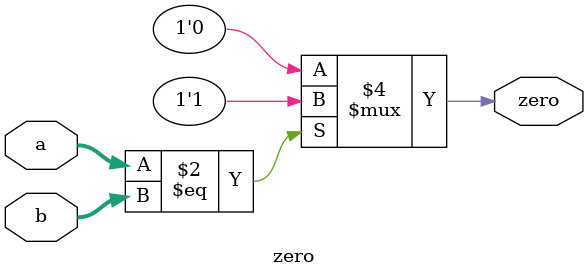
<source format=v>
`timescale 1ns / 1ps



module zero(
  input[31:0] a,
  input[31:0] b,
  output reg zero
);

always@(*) begin
  if(a == b) zero <= 1;
  else zero <= 0; 
end

endmodule

</source>
